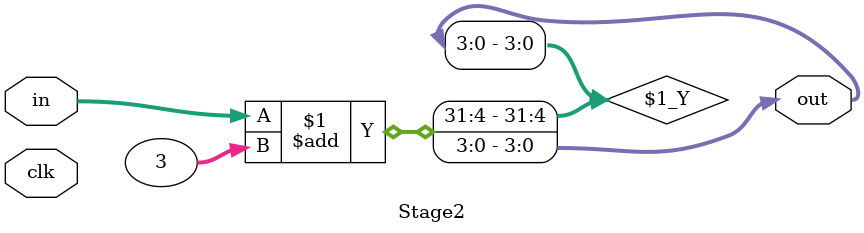
<source format=v>

module Pipeline #(
  parameter n = 4, // number of input signals
  parameter m = 2, // number of output signals
  parameter p = 3  // number of pipeline stages
) (
  input [n-1:0] in,
  output [m-1:0] out,
  input clk
);

  wire [n-1:0] stage0_out; // output of stage 0
  wire [n-1:0] stage1_out; // output of stage 1
  wire [n-1:0] stage2_out; // output of stage 2

  // instantiate pipeline stages
  Stage0 #(.n(n)) stage0(
    .in(in),
    .out(stage0_out),
    .clk(clk)
  );

  Stage1 #(.n(n)) stage1(
    .in(stage0_out),
    .out(stage1_out),
    .clk(clk)
  );

  Stage2 #(.n(n)) stage2(
    .in(stage1_out),
    .out(stage2_out),
    .clk(clk)
  );


  // output signals are the final output of the last stage of the pipeline
  assign out = stage2_out[m-1:0];

endmodule
module Stage0 #(
  parameter n = 4
) (
  input [n-1:0] in,
  output [n-1:0] out,
  input clk
);

  reg [n-1:0] reg_out; // pipeline register

  // perform computation in this stage
  assign out = in + 1;

  // store output in pipeline register
  always @(posedge clk) begin
    reg_out <= out;
  end

endmodule
module Stage1 #(
  parameter n = 4
) (
  input [n-1:0] in,
  output [n-1:0] out,
  input clk
);

  reg [n-1:0] reg_out; // pipeline register

  // perform computation in this stage
  assign out = in + 2;

  // store output in pipeline register
  always @(posedge clk) begin
    reg_out <= out;
  end

endmodule
module Stage2 #(
  parameter n = 4
) (
  input [n-1:0] in,
  output [n-1:0] out,
  input clk
);

  reg [n-1:0] reg_out; // pipeline register

  // perform computation in this stage
  assign out = in + 3;

  // store output in pipeline register
  always @(posedge clk) begin
    reg_out <= out;
  end

endmodule
</source>
